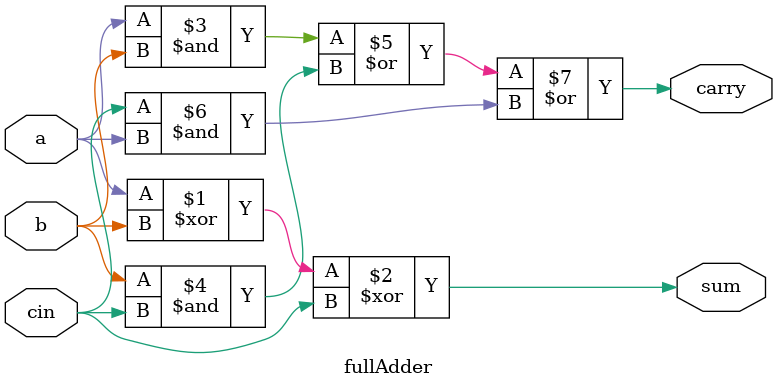
<source format=v>
module fullAdder (input a ,b ,cin ,
output sum ,carry );

   
assign  sum = a ^ b ^ cin;  
assign  carry = (a&b) | (b&cin) | (cin&a);

endmodule

</source>
